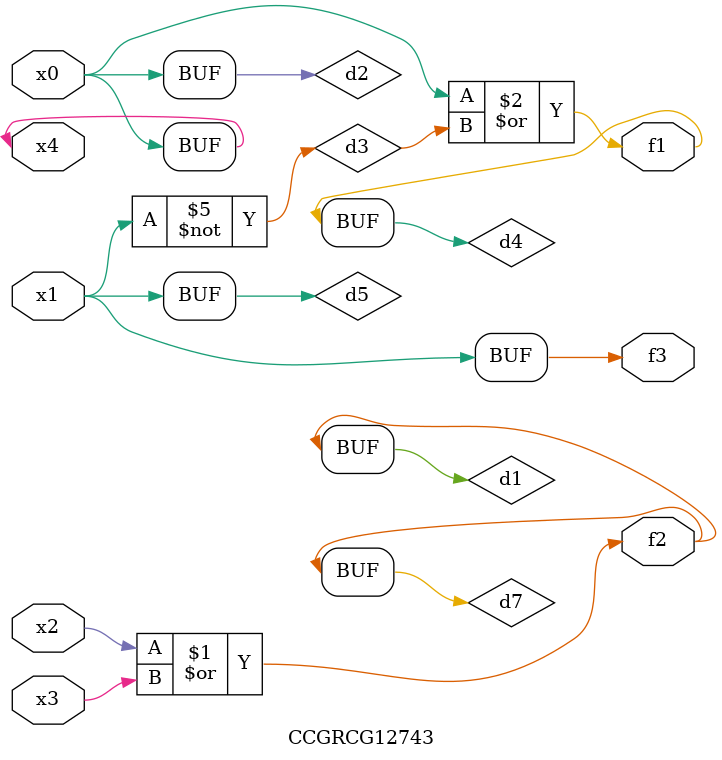
<source format=v>
module CCGRCG12743(
	input x0, x1, x2, x3, x4,
	output f1, f2, f3
);

	wire d1, d2, d3, d4, d5, d6, d7;

	or (d1, x2, x3);
	buf (d2, x0, x4);
	not (d3, x1);
	or (d4, d2, d3);
	not (d5, d3);
	nand (d6, d1, d3);
	or (d7, d1);
	assign f1 = d4;
	assign f2 = d7;
	assign f3 = d5;
endmodule

</source>
